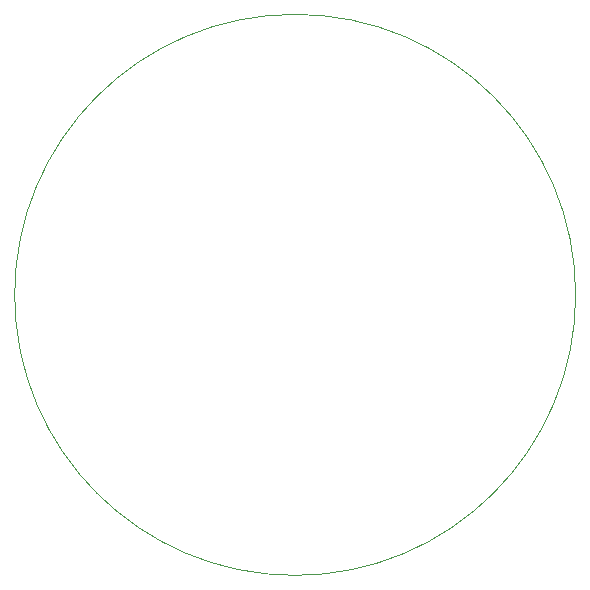
<source format=gbr>
%TF.GenerationSoftware,KiCad,Pcbnew,6.0.10-86aedd382b~118~ubuntu22.04.1*%
%TF.CreationDate,2023-03-14T18:16:05-07:00*%
%TF.ProjectId,compact-probe,636f6d70-6163-4742-9d70-726f62652e6b,rev?*%
%TF.SameCoordinates,Original*%
%TF.FileFunction,Profile,NP*%
%FSLAX46Y46*%
G04 Gerber Fmt 4.6, Leading zero omitted, Abs format (unit mm)*
G04 Created by KiCad (PCBNEW 6.0.10-86aedd382b~118~ubuntu22.04.1) date 2023-03-14 18:16:05*
%MOMM*%
%LPD*%
G01*
G04 APERTURE LIST*
%TA.AperFunction,Profile*%
%ADD10C,0.100000*%
%TD*%
G04 APERTURE END LIST*
D10*
X23750000Y0D02*
G75*
G03*
X23750000Y0I-23750000J0D01*
G01*
M02*

</source>
